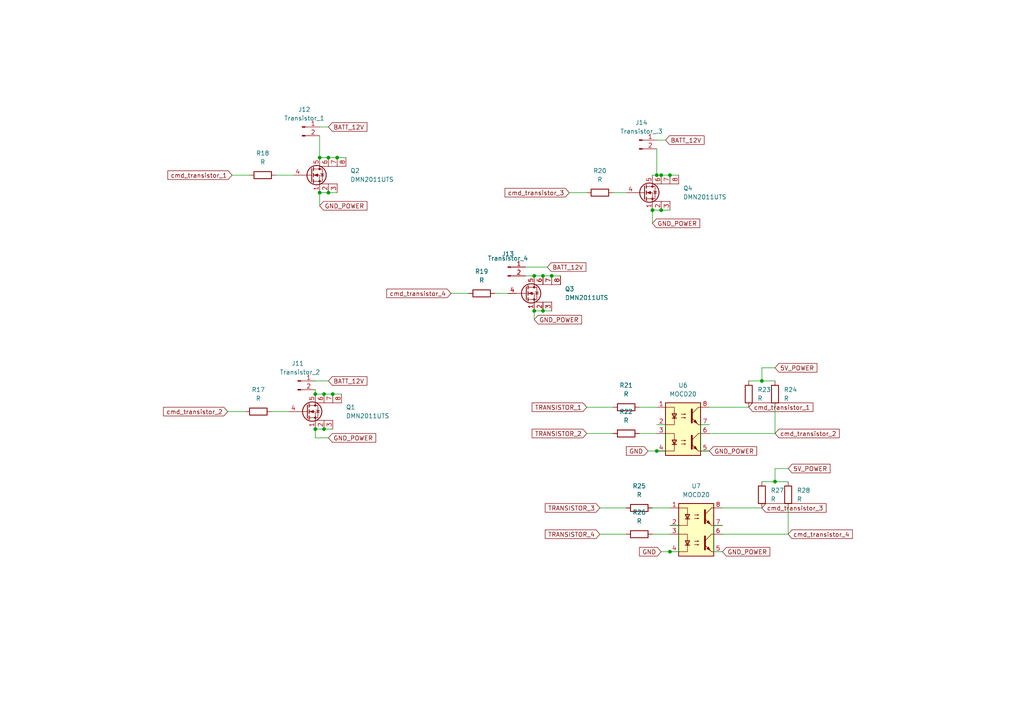
<source format=kicad_sch>
(kicad_sch (version 20211123) (generator eeschema)
  (paper "A4")
  (lib_symbols
    (symbol "Connector:Conn_01x02_Male" (pin_names (offset 1.016) hide)
      (property "Reference" "J" (at 0 2.54 0))
      (property "Value" "Conn_01x02_Male" (at 0 -5.08 0))
      (symbol "Conn_01x02_Male_1_1"
        (polyline (pts (xy 1.27 -2.54) (xy 0.8636 -2.54)) (stroke (width 0.1524)))
        (polyline (pts (xy 1.27 0) (xy 0.8636 0)) (stroke (width 0.1524)))
        (rectangle (start 0.8636 -2.413) (end 0 -2.667) (stroke (width 0.1524)) (fill (type outline)))
        (rectangle (start 0.8636 0.127) (end 0 -0.127) (stroke (width 0.1524)) (fill (type outline)))
        (pin passive line (at 5.08 0 180) (length 3.81) (name "Pin_1") (number "1"))
        (pin passive line (at 5.08 -2.54 180) (length 3.81) (name "Pin_2") (number "2"))
      )
    )
    (symbol "Device:R" (pin_numbers hide) (pin_names (offset 0))
      (property "Reference" "R" (at 2.032 0 90))
      (property "Value" "R" (at 0 0 90))
      (symbol "R_0_1"
        (rectangle (start -1.016 -2.54) (end 1.016 2.54) (stroke (width 0.254)))
      )
      (symbol "R_1_1"
        (pin passive line (at 0 3.81 270) (length 1.27) (name "~") (number "1"))
        (pin passive line (at 0 -3.81 90) (length 1.27) (name "~") (number "2"))
      )
    )
    (symbol "New_Library_Victor:DMN2011UTS" (pin_names (offset 0) hide)
      (property "Reference" "Q" (at 5.08 1.27 0))
      (property "Value" "DMN2011UTS" (at 5.08 -1.27 0))
      (symbol "DMN2011UTS_0_1"
        (polyline (pts (xy 0.254 0) (xy -2.54 0)))
        (polyline (pts (xy 0.254 1.905) (xy 0.254 -1.905)) (stroke (width 0.254)))
        (polyline (pts (xy 0.762 -1.27) (xy 0.762 -2.286)) (stroke (width 0.254)))
        (polyline (pts (xy 0.762 0.508) (xy 0.762 -0.508)) (stroke (width 0.254)))
        (polyline (pts (xy 0.762 2.286) (xy 0.762 1.27)) (stroke (width 0.254)))
        (polyline (pts (xy 2.54 2.54) (xy 2.54 1.778)))
        (polyline (pts (xy 2.54 2.54) (xy 10.16 2.54)))
        (polyline (pts (xy 7.62 -2.54) (xy 2.54 -2.54)))
        (polyline (pts (xy 2.54 -2.54) (xy 2.54 0) (xy 0.762 0)))
        (polyline (pts (xy 0.762 -1.778) (xy 3.302 -1.778) (xy 3.302 1.778) (xy 0.762 1.778)))
        (polyline (pts (xy 1.016 0) (xy 2.032 0.381) (xy 2.032 -0.381) (xy 1.016 0)) (fill (type outline)))
        (polyline (pts (xy 2.794 0.508) (xy 2.921 0.381) (xy 3.683 0.381) (xy 3.81 0.254)))
        (polyline (pts (xy 3.302 0.381) (xy 2.921 -0.254) (xy 3.683 -0.254) (xy 3.302 0.381)))
        (circle (center 1.651 0) (radius 2.794) (stroke (width 0.254)))
        (circle (center 2.54 -1.778) (radius 0.254) (fill (type outline)))
        (circle (center 2.54 1.778) (radius 0.254) (fill (type outline)))
      )
      (symbol "DMN2011UTS_1_1"
        (pin passive line (at 2.54 -5.08 90) (length 2.54) (name "S") (number "1"))
        (pin passive line (at 5.08 -5.08 90) (length 2.54) (name "S") (number "2"))
        (pin passive line (at 7.62 -5.08 90) (length 2.54) (name "S") (number "3"))
        (pin input line (at -5.08 0 0) (length 2.54) (name "G") (number "4"))
        (pin passive line (at 2.54 5.08 270) (length 2.54) (name "D") (number "5"))
        (pin passive line (at 5.08 5.08 270) (length 2.54) (name "D") (number "6"))
        (pin passive line (at 7.62 5.08 270) (length 2.54) (name "D") (number "7"))
        (pin passive line (at 10.16 5.08 270) (length 2.54) (name "D") (number "8"))
      )
    )
    (symbol "New_Library_Victor:MOCD20"
      (property "Reference" "U" (at -5.08 5.08 0))
      (property "Value" "MOCD20" (at 0 5.08 0))
      (symbol "MOCD20_0_1"
        (rectangle (start -5.08 3.81) (end 5.08 -11.43) (stroke (width 0.254)) (fill (type background)))
        (polyline (pts (xy -3.175 -8.255) (xy -1.905 -8.255)) (stroke (width 0.254)))
        (polyline (pts (xy -3.175 -0.635) (xy -1.905 -0.635)) (stroke (width 0.254)))
        (polyline (pts (xy 2.54 -6.985) (xy 4.445 -5.08)))
        (polyline (pts (xy 2.54 0.635) (xy 4.445 2.54)))
        (polyline (pts (xy 4.445 -10.16) (xy 2.54 -8.255)) (fill (type outline)))
        (polyline (pts (xy 4.445 -10.16) (xy 5.08 -10.16)))
        (polyline (pts (xy 4.445 -5.08) (xy 5.08 -5.08)))
        (polyline (pts (xy 4.445 -2.54) (xy 2.54 -0.635)) (fill (type outline)))
        (polyline (pts (xy 4.445 -2.54) (xy 5.08 -2.54)))
        (polyline (pts (xy 4.445 2.54) (xy 5.08 2.54)))
        (polyline (pts (xy -5.08 -5.08) (xy -2.54 -5.08) (xy -2.54 -8.255)))
        (polyline (pts (xy -5.08 2.54) (xy -2.54 2.54) (xy -2.54 -0.635)))
        (polyline (pts (xy -2.54 -8.255) (xy -2.54 -10.16) (xy -5.08 -10.16)))
        (polyline (pts (xy -2.54 -0.635) (xy -2.54 -2.54) (xy -5.08 -2.54)))
        (polyline (pts (xy 2.54 -5.715) (xy 2.54 -9.525) (xy 2.54 -9.525)) (stroke (width 0.508)))
        (polyline (pts (xy 2.54 1.905) (xy 2.54 -1.905) (xy 2.54 -1.905)) (stroke (width 0.508)))
        (polyline (pts (xy -2.54 -8.255) (xy -3.175 -6.985) (xy -1.905 -6.985) (xy -2.54 -8.255)) (stroke (width 0.254)))
        (polyline (pts (xy -2.54 -0.635) (xy -3.175 0.635) (xy -1.905 0.635) (xy -2.54 -0.635)) (stroke (width 0.254)))
        (polyline (pts (xy -0.508 -8.128) (xy 0.762 -8.128) (xy 0.381 -8.255) (xy 0.381 -8.001) (xy 0.762 -8.128)))
        (polyline (pts (xy -0.508 -7.112) (xy 0.762 -7.112) (xy 0.381 -7.239) (xy 0.381 -6.985) (xy 0.762 -7.112)))
        (polyline (pts (xy -0.508 -0.508) (xy 0.762 -0.508) (xy 0.381 -0.635) (xy 0.381 -0.381) (xy 0.762 -0.508)))
        (polyline (pts (xy -0.508 0.508) (xy 0.762 0.508) (xy 0.381 0.381) (xy 0.381 0.635) (xy 0.762 0.508)))
        (polyline (pts (xy 3.048 -9.271) (xy 3.556 -8.763) (xy 4.064 -9.779) (xy 3.048 -9.271) (xy 3.048 -9.271)) (fill (type outline)))
        (polyline (pts (xy 3.048 -1.651) (xy 3.556 -1.143) (xy 4.064 -2.159) (xy 3.048 -1.651) (xy 3.048 -1.651)) (fill (type outline)))
      )
      (symbol "MOCD20_1_1"
        (pin passive line (at -7.62 2.54 0) (length 2.54) (name "~") (number "1"))
        (pin passive line (at -7.62 -2.54 0) (length 2.54) (name "~") (number "2"))
        (pin passive line (at -7.62 -5.08 0) (length 2.54) (name "~") (number "3"))
        (pin passive line (at -7.62 -10.16 0) (length 2.54) (name "~") (number "4"))
        (pin passive line (at 7.62 -10.16 180) (length 2.54) (name "~") (number "5"))
        (pin passive line (at 7.62 -5.08 180) (length 2.54) (name "~") (number "6"))
        (pin passive line (at 7.62 -2.54 180) (length 2.54) (name "~") (number "7"))
        (pin passive line (at 7.62 2.54 180) (length 2.54) (name "~") (number "8"))
      )
    )
  )
  (junction (at 157.48 90.17))
  (junction (at 194.31 160.02))
  (junction (at 93.98 124.46))
  (junction (at 97.79 45.72))
  (junction (at 92.71 55.88))
  (junction (at 154.94 90.17))
  (junction (at 93.98 114.3))
  (junction (at 189.23 60.96))
  (junction (at 191.77 60.96))
  (junction (at 95.25 45.72))
  (junction (at 157.48 80.01))
  (junction (at 220.98 110.49))
  (junction (at 95.25 55.88))
  (junction (at 160.02 80.01))
  (junction (at 190.5 130.81))
  (junction (at 191.77 50.8))
  (junction (at 190.5 50.8))
  (junction (at 154.94 80.01))
  (junction (at 92.71 45.72))
  (junction (at 224.79 139.7))
  (junction (at 194.31 50.8))
  (junction (at 91.44 114.3))
  (junction (at 96.52 114.3))
  (junction (at 91.44 124.46))
  (wire (pts (xy 152.4 80.01) (xy 154.94 80.01)))
  (wire (pts (xy 189.23 147.32) (xy 194.31 147.32)))
  (wire (pts (xy 224.79 139.7) (xy 228.6 139.7)))
  (wire (pts (xy 224.79 125.73) (xy 224.79 118.11)))
  (wire (pts (xy 203.2 123.19) (xy 203.2 130.81)))
  (wire (pts (xy 154.94 90.17) (xy 157.48 90.17)))
  (wire (pts (xy 224.79 139.7) (xy 224.79 135.89)))
  (wire (pts (xy 189.23 154.94) (xy 194.31 154.94)))
  (wire (pts (xy 191.77 60.96) (xy 194.31 60.96)))
  (wire (pts (xy 154.94 80.01) (xy 157.48 80.01)))
  (wire (pts (xy 130.81 85.09) (xy 135.89 85.09)))
  (wire (pts (xy 205.74 123.19) (xy 203.2 123.19)))
  (wire (pts (xy 190.5 50.8) (xy 191.77 50.8)))
  (wire (pts (xy 157.48 80.01) (xy 160.02 80.01)))
  (wire (pts (xy 170.18 118.11) (xy 177.8 118.11)))
  (wire (pts (xy 207.01 160.02) (xy 209.55 160.02)))
  (wire (pts (xy 157.48 90.17) (xy 160.02 90.17)))
  (wire (pts (xy 194.31 152.4) (xy 196.85 152.4)))
  (wire (pts (xy 189.23 60.96) (xy 191.77 60.96)))
  (wire (pts (xy 224.79 135.89) (xy 228.6 135.89)))
  (wire (pts (xy 209.55 152.4) (xy 207.01 152.4)))
  (wire (pts (xy 160.02 80.01) (xy 162.56 80.01)))
  (wire (pts (xy 95.25 55.88) (xy 97.79 55.88)))
  (wire (pts (xy 78.74 119.38) (xy 83.82 119.38)))
  (wire (pts (xy 93.98 114.3) (xy 96.52 114.3)))
  (wire (pts (xy 92.71 36.83) (xy 95.25 36.83)))
  (wire (pts (xy 205.74 125.73) (xy 224.79 125.73)))
  (wire (pts (xy 193.04 123.19) (xy 193.04 130.81)))
  (wire (pts (xy 154.94 90.17) (xy 154.94 92.71)))
  (wire (pts (xy 220.98 110.49) (xy 220.98 106.68)))
  (wire (pts (xy 228.6 154.94) (xy 228.6 147.32)))
  (wire (pts (xy 67.31 50.8) (xy 72.39 50.8)))
  (wire (pts (xy 92.71 39.37) (xy 92.71 45.72)))
  (wire (pts (xy 191.77 50.8) (xy 194.31 50.8)))
  (wire (pts (xy 92.71 45.72) (xy 95.25 45.72)))
  (wire (pts (xy 196.85 160.02) (xy 194.31 160.02)))
  (wire (pts (xy 220.98 106.68) (xy 224.79 106.68)))
  (wire (pts (xy 91.44 113.03) (xy 91.44 114.3)))
  (wire (pts (xy 173.99 154.94) (xy 181.61 154.94)))
  (wire (pts (xy 190.5 40.64) (xy 193.04 40.64)))
  (wire (pts (xy 95.25 45.72) (xy 97.79 45.72)))
  (wire (pts (xy 190.5 43.18) (xy 190.5 50.8)))
  (wire (pts (xy 205.74 118.11) (xy 217.17 118.11)))
  (wire (pts (xy 66.04 119.38) (xy 71.12 119.38)))
  (wire (pts (xy 165.1 55.88) (xy 170.18 55.88)))
  (wire (pts (xy 152.4 77.47) (xy 158.75 77.47)))
  (wire (pts (xy 96.52 114.3) (xy 99.06 114.3)))
  (wire (pts (xy 191.77 160.02) (xy 194.31 160.02)))
  (wire (pts (xy 92.71 55.88) (xy 92.71 59.69)))
  (wire (pts (xy 97.79 45.72) (xy 100.33 45.72)))
  (wire (pts (xy 91.44 114.3) (xy 93.98 114.3)))
  (wire (pts (xy 194.31 50.8) (xy 196.85 50.8)))
  (wire (pts (xy 193.04 130.81) (xy 190.5 130.81)))
  (wire (pts (xy 209.55 147.32) (xy 220.98 147.32)))
  (wire (pts (xy 177.8 55.88) (xy 181.61 55.88)))
  (wire (pts (xy 91.44 124.46) (xy 93.98 124.46)))
  (wire (pts (xy 207.01 152.4) (xy 207.01 160.02)))
  (wire (pts (xy 93.98 124.46) (xy 96.52 124.46)))
  (wire (pts (xy 91.44 127) (xy 95.25 127)))
  (wire (pts (xy 196.85 152.4) (xy 196.85 160.02)))
  (wire (pts (xy 190.5 50.8) (xy 189.23 50.8)))
  (wire (pts (xy 143.51 85.09) (xy 147.32 85.09)))
  (wire (pts (xy 220.98 139.7) (xy 224.79 139.7)))
  (wire (pts (xy 80.01 50.8) (xy 85.09 50.8)))
  (wire (pts (xy 187.96 130.81) (xy 190.5 130.81)))
  (wire (pts (xy 203.2 130.81) (xy 205.74 130.81)))
  (wire (pts (xy 220.98 110.49) (xy 224.79 110.49)))
  (wire (pts (xy 91.44 110.49) (xy 95.25 110.49)))
  (wire (pts (xy 185.42 118.11) (xy 190.5 118.11)))
  (wire (pts (xy 170.18 125.73) (xy 177.8 125.73)))
  (wire (pts (xy 185.42 125.73) (xy 190.5 125.73)))
  (wire (pts (xy 189.23 60.96) (xy 189.23 64.77)))
  (wire (pts (xy 173.99 147.32) (xy 181.61 147.32)))
  (wire (pts (xy 209.55 154.94) (xy 228.6 154.94)))
  (wire (pts (xy 91.44 127) (xy 91.44 124.46)))
  (wire (pts (xy 217.17 110.49) (xy 220.98 110.49)))
  (wire (pts (xy 92.71 55.88) (xy 95.25 55.88)))
  (wire (pts (xy 190.5 123.19) (xy 193.04 123.19)))
  (global_label "GND_POWER" (shape input) (at 92.71 59.69 0) (property "Intersheet References" "${INTERSHEET_REFS}" (effects hide)))
  (global_label "GND" (shape input) (at 191.77 160.02 180) (property "Intersheet References" "${INTERSHEET_REFS}" (effects hide)))
  (global_label "TRANSISTOR_4" (shape input) (at 173.99 154.94 180) (property "Intersheet References" "${INTERSHEET_REFS}" (effects hide)))
  (global_label "TRANSISTOR_2" (shape input) (at 170.18 125.73 180) (property "Intersheet References" "${INTERSHEET_REFS}" (effects hide)))
  (global_label "GND_POWER" (shape input) (at 154.94 92.71 0) (property "Intersheet References" "${INTERSHEET_REFS}" (effects hide)))
  (global_label "BATT_12V" (shape input) (at 95.25 36.83 0) (property "Intersheet References" "${INTERSHEET_REFS}" (effects hide)))
  (global_label "cmd_transistor_4" (shape input) (at 130.81 85.09 180) (property "Intersheet References" "${INTERSHEET_REFS}" (effects hide)))
  (global_label "cmd_transistor_1" (shape input) (at 67.31 50.8 180) (property "Intersheet References" "${INTERSHEET_REFS}" (effects hide)))
  (global_label "5V_POWER" (shape input) (at 224.79 106.68 0) (property "Intersheet References" "${INTERSHEET_REFS}" (effects hide)))
  (global_label "TRANSISTOR_3" (shape input) (at 173.99 147.32 180) (property "Intersheet References" "${INTERSHEET_REFS}" (effects hide)))
  (global_label "GND_POWER" (shape input) (at 205.74 130.81 0) (property "Intersheet References" "${INTERSHEET_REFS}" (effects hide)))
  (global_label "cmd_transistor_4" (shape input) (at 228.6 154.94 0) (property "Intersheet References" "${INTERSHEET_REFS}" (effects hide)))
  (global_label "cmd_transistor_2" (shape input) (at 66.04 119.38 180) (property "Intersheet References" "${INTERSHEET_REFS}" (effects hide)))
  (global_label "cmd_transistor_1" (shape input) (at 217.17 118.11 0) (property "Intersheet References" "${INTERSHEET_REFS}" (effects hide)))
  (global_label "GND_POWER" (shape input) (at 189.23 64.77 0) (property "Intersheet References" "${INTERSHEET_REFS}" (effects hide)))
  (global_label "cmd_transistor_2" (shape input) (at 224.79 125.73 0) (property "Intersheet References" "${INTERSHEET_REFS}" (effects hide)))
  (global_label "BATT_12V" (shape input) (at 193.04 40.64 0) (property "Intersheet References" "${INTERSHEET_REFS}" (effects hide)))
  (global_label "5V_POWER" (shape input) (at 228.6 135.89 0) (property "Intersheet References" "${INTERSHEET_REFS}" (effects hide)))
  (global_label "BATT_12V" (shape input) (at 158.75 77.47 0) (property "Intersheet References" "${INTERSHEET_REFS}" (effects hide)))
  (global_label "cmd_transistor_3" (shape input) (at 220.98 147.32 0) (property "Intersheet References" "${INTERSHEET_REFS}" (effects hide)))
  (global_label "TRANSISTOR_1" (shape input) (at 170.18 118.11 180) (property "Intersheet References" "${INTERSHEET_REFS}" (effects hide)))
  (global_label "GND_POWER" (shape input) (at 209.55 160.02 0) (property "Intersheet References" "${INTERSHEET_REFS}" (effects hide)))
  (global_label "GND" (shape input) (at 187.96 130.81 180) (property "Intersheet References" "${INTERSHEET_REFS}" (effects hide)))
  (global_label "cmd_transistor_3" (shape input) (at 165.1 55.88 180) (property "Intersheet References" "${INTERSHEET_REFS}" (effects hide)))
  (global_label "GND_POWER" (shape input) (at 95.25 127 0) (property "Intersheet References" "${INTERSHEET_REFS}" (effects hide)))
  (global_label "BATT_12V" (shape input) (at 95.25 110.49 0) (property "Intersheet References" "${INTERSHEET_REFS}" (effects hide)))
  (symbol (lib_id "Connector:Conn_01x02_Male") (at 147.32 77.47 0) (unit 1)
    (property "Reference" "J13" (at 147.32 73.66 0))
    (property "Value" "Transistor_4" (at 147.32 74.93 0))
    (property "Footprint" "Connector_JST:JST_PH_B2B-PH-K_1x02_P2.00mm_Vertical" (effects hide))
  )
  (symbol (lib_id "Device:R") (at 228.6 143.51 0) (unit 1)
    (property "Reference" "R28" (at 231.14 142.2399 0) (effects (justify left)))
    (property "Value" "R" (at 231.14 144.7799 0) (effects (justify left)))
    (property "Footprint" "Resistor_SMD:R_0603_1608Metric" (effects hide))
  )
  (symbol (lib_id "Device:R") (at 181.61 118.11 90) (unit 1)
    (property "Reference" "R21" (at 181.61 111.76 90))
    (property "Value" "R" (at 181.61 114.3 90))
    (property "Footprint" "Resistor_SMD:R_0603_1608Metric" (effects hide))
  )
  (symbol (lib_id "New_Library_Victor:DMN2011UTS") (at 88.9 119.38 0) (unit 1)
    (property "Reference" "Q1" (at 100.33 118.1099 0) (effects (justify left)))
    (property "Value" "DMN2011UTS" (at 100.33 120.6499 0) (effects (justify left)))
    (property "Footprint" "Package_SO:TSSOP-8_4.4x3mm_P0.65mm" (effects hide))
    (property "Datasheet" "https://docs.rs-online.com/3df4/0900766b816b6b93.pdf" (effects hide))
  )
  (symbol (lib_id "Device:R") (at 220.98 143.51 0) (unit 1)
    (property "Reference" "R27" (at 223.52 142.2399 0) (effects (justify left)))
    (property "Value" "R" (at 223.52 144.7799 0) (effects (justify left)))
    (property "Footprint" "Resistor_SMD:R_0603_1608Metric" (effects hide))
  )
  (symbol (lib_id "Device:R") (at 224.79 114.3 0) (unit 1)
    (property "Reference" "R24" (at 227.33 113.0299 0) (effects (justify left)))
    (property "Value" "R" (at 227.33 115.5699 0) (effects (justify left)))
    (property "Footprint" "Resistor_SMD:R_0603_1608Metric" (effects hide))
  )
  (symbol (lib_id "Device:R") (at 74.93 119.38 90) (unit 1)
    (property "Reference" "R17" (at 74.93 113.03 90))
    (property "Value" "R" (at 74.93 115.57 90))
    (property "Footprint" "Resistor_SMD:R_0603_1608Metric" (effects hide))
  )
  (symbol (lib_id "Device:R") (at 185.42 154.94 90) (unit 1)
    (property "Reference" "R26" (at 185.42 148.59 90))
    (property "Value" "R" (at 185.42 151.13 90))
    (property "Footprint" "Resistor_SMD:R_0603_1608Metric" (effects hide))
  )
  (symbol (lib_id "Device:R") (at 181.61 125.73 90) (unit 1)
    (property "Reference" "R22" (at 181.61 119.38 90))
    (property "Value" "R" (at 181.61 121.92 90))
    (property "Footprint" "Resistor_SMD:R_0603_1608Metric" (effects hide))
  )
  (symbol (lib_id "Device:R") (at 139.7 85.09 90) (unit 1)
    (property "Reference" "R19" (at 139.7 78.74 90))
    (property "Value" "R" (at 139.7 81.28 90))
    (property "Footprint" "Resistor_SMD:R_0603_1608Metric" (effects hide))
  )
  (symbol (lib_id "Connector:Conn_01x02_Male") (at 86.36 110.49 0) (unit 1)
    (property "Reference" "J11" (at 86.36 105.41 0))
    (property "Value" "Transistor_2" (at 86.995 107.95 0))
    (property "Footprint" "Connector_JST:JST_PH_B2B-PH-K_1x02_P2.00mm_Vertical" (effects hide))
  )
  (symbol (lib_id "Connector:Conn_01x02_Male") (at 185.42 40.64 0) (unit 1)
    (property "Reference" "J14" (at 186.055 35.56 0))
    (property "Value" "Transistor_.3" (at 186.055 38.1 0))
    (property "Footprint" "Connector_JST:JST_PH_B2B-PH-K_1x02_P2.00mm_Vertical" (effects hide))
  )
  (symbol (lib_id "Device:R") (at 173.99 55.88 90) (unit 1)
    (property "Reference" "R20" (at 173.99 49.53 90))
    (property "Value" "R" (at 173.99 52.07 90))
    (property "Footprint" "Resistor_SMD:R_0603_1608Metric" (effects hide))
  )
  (symbol (lib_id "New_Library_Victor:DMN2011UTS") (at 186.69 55.88 0) (unit 1)
    (property "Reference" "Q4" (at 198.12 54.6099 0) (effects (justify left)))
    (property "Value" "DMN2011UTS" (at 198.12 57.1499 0) (effects (justify left)))
    (property "Footprint" "Package_SO:TSSOP-8_4.4x3mm_P0.65mm" (effects hide))
    (property "Datasheet" "https://docs.rs-online.com/3df4/0900766b816b6b93.pdf" (effects hide))
  )
  (symbol (lib_id "New_Library_Victor:DMN2011UTS") (at 90.17 50.8 0) (unit 1)
    (property "Reference" "Q2" (at 101.6 49.5299 0) (effects (justify left)))
    (property "Value" "DMN2011UTS" (at 101.6 52.0699 0) (effects (justify left)))
    (property "Footprint" "Package_SO:TSSOP-8_4.4x3mm_P0.65mm" (effects hide))
    (property "Datasheet" "https://docs.rs-online.com/3df4/0900766b816b6b93.pdf" (effects hide))
  )
  (symbol (lib_id "New_Library_Victor:DMN2011UTS") (at 152.4 85.09 0) (unit 1)
    (property "Reference" "Q3" (at 163.83 83.8199 0) (effects (justify left)))
    (property "Value" "DMN2011UTS" (at 163.83 86.3599 0) (effects (justify left)))
    (property "Footprint" "Package_SO:TSSOP-8_4.4x3mm_P0.65mm" (effects hide))
    (property "Datasheet" "https://docs.rs-online.com/3df4/0900766b816b6b93.pdf" (effects hide))
  )
  (symbol (lib_id "Device:R") (at 217.17 114.3 0) (unit 1)
    (property "Reference" "R23" (at 219.71 113.0299 0) (effects (justify left)))
    (property "Value" "R" (at 219.71 115.5699 0) (effects (justify left)))
    (property "Footprint" "Resistor_SMD:R_0603_1608Metric" (effects hide))
  )
  (symbol (lib_id "New_Library_Victor:MOCD20") (at 198.12 120.65 0) (unit 1)
    (property "Reference" "U6" (at 198.12 111.76 0))
    (property "Value" "MOCD20" (at 198.12 114.3 0))
    (property "Footprint" "Package_SO:SO-8_3.9x4.9mm_P1.27mm" (effects hide))
    (property "Datasheet" "https://docs.rs-online.com/14c7/0900766b813842a7.pdf" (effects hide))
  )
  (symbol (lib_id "Device:R") (at 185.42 147.32 90) (unit 1)
    (property "Reference" "R25" (at 185.42 140.97 90))
    (property "Value" "R" (at 185.42 143.51 90))
    (property "Footprint" "Resistor_SMD:R_0603_1608Metric" (effects hide))
  )
  (symbol (lib_id "New_Library_Victor:MOCD20") (at 201.93 149.86 0) (unit 1)
    (property "Reference" "U7" (at 201.93 140.97 0))
    (property "Value" "MOCD20" (at 201.93 143.51 0))
    (property "Footprint" "Package_SO:SO-8_3.9x4.9mm_P1.27mm" (effects hide))
    (property "Datasheet" "https://docs.rs-online.com/14c7/0900766b813842a7.pdf" (effects hide))
  )
  (symbol (lib_id "Connector:Conn_01x02_Male") (at 87.63 36.83 0) (unit 1)
    (property "Reference" "J12" (at 88.265 31.75 0))
    (property "Value" "Transistor_1" (at 88.265 34.29 0))
    (property "Footprint" "Connector_JST:JST_PH_B2B-PH-K_1x02_P2.00mm_Vertical" (effects hide))
  )
  (symbol (lib_id "Device:R") (at 76.2 50.8 90) (unit 1)
    (property "Reference" "R18" (at 76.2 44.45 90))
    (property "Value" "R" (at 76.2 46.99 90))
    (property "Footprint" "Resistor_SMD:R_0603_1608Metric" (effects hide))
  )
)
</source>
